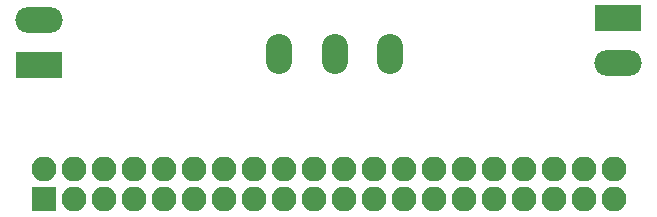
<source format=gbs>
G04 #@! TF.GenerationSoftware,KiCad,Pcbnew,(2017-02-06 revision 13395d34d)-master*
G04 #@! TF.CreationDate,2017-03-09T15:05:37-03:00*
G04 #@! TF.ProjectId,beast-phat,62656173742D706861742E6B69636164,rev?*
G04 #@! TF.FileFunction,Soldermask,Bot*
G04 #@! TF.FilePolarity,Negative*
%FSLAX46Y46*%
G04 Gerber Fmt 4.6, Leading zero omitted, Abs format (unit mm)*
G04 Created by KiCad (PCBNEW (2017-02-06 revision 13395d34d)-master) date Thu Mar  9 15:05:37 2017*
%MOMM*%
%LPD*%
G01*
G04 APERTURE LIST*
%ADD10C,0.100000*%
%ADD11R,4.000000X2.200000*%
%ADD12O,4.000000X2.200000*%
%ADD13O,2.200000X3.400000*%
%ADD14O,2.100000X2.100000*%
%ADD15R,2.100000X2.100000*%
G04 APERTURE END LIST*
D10*
D11*
X102000000Y-63000000D03*
D12*
X102000000Y-59190000D03*
X151000000Y-62810000D03*
D11*
X151000000Y-59000000D03*
D13*
X131700000Y-62000000D03*
X127000000Y-62000000D03*
X122300000Y-62000000D03*
D14*
X150625000Y-71810000D03*
X150625000Y-74350000D03*
X148085000Y-71810000D03*
X148085000Y-74350000D03*
X145545000Y-71810000D03*
X145545000Y-74350000D03*
X143005000Y-71810000D03*
X143005000Y-74350000D03*
X140465000Y-71810000D03*
X140465000Y-74350000D03*
X137925000Y-71810000D03*
X137925000Y-74350000D03*
X135385000Y-71810000D03*
X135385000Y-74350000D03*
X132845000Y-71810000D03*
X132845000Y-74350000D03*
X130305000Y-71810000D03*
X130305000Y-74350000D03*
X127765000Y-71810000D03*
X127765000Y-74350000D03*
X125225000Y-71810000D03*
X125225000Y-74350000D03*
X122685000Y-71810000D03*
X122685000Y-74350000D03*
X120145000Y-71810000D03*
X120145000Y-74350000D03*
X117605000Y-71810000D03*
X117605000Y-74350000D03*
X115065000Y-71810000D03*
X115065000Y-74350000D03*
X112525000Y-71810000D03*
X112525000Y-74350000D03*
X109985000Y-71810000D03*
X109985000Y-74350000D03*
X107445000Y-71810000D03*
X107445000Y-74350000D03*
X104905000Y-71810000D03*
X104905000Y-74350000D03*
X102365000Y-71810000D03*
D15*
X102365000Y-74350000D03*
M02*

</source>
